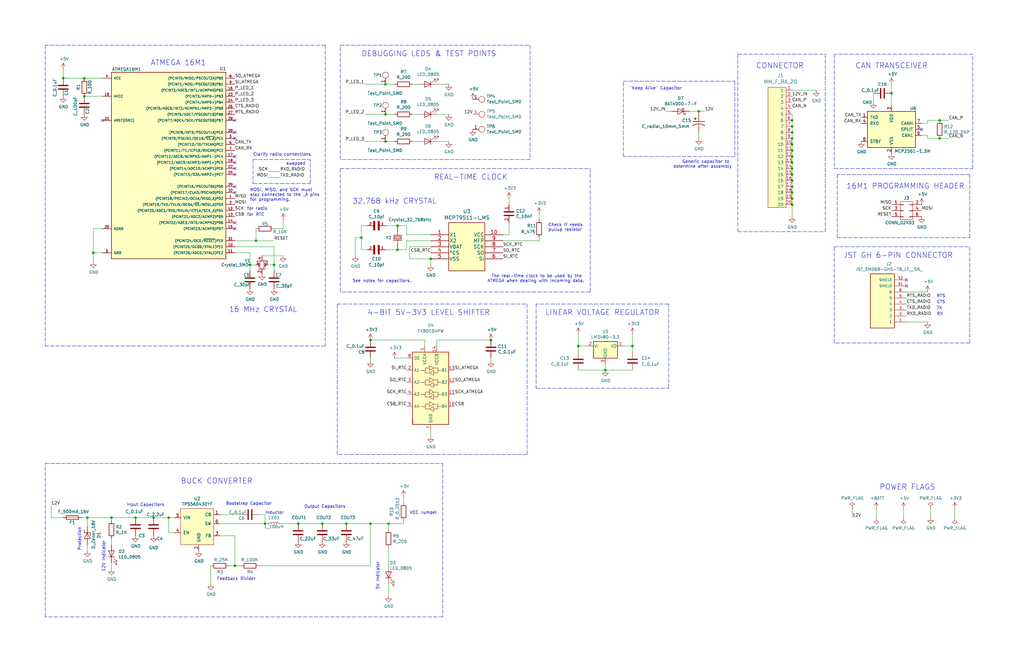
<source format=kicad_sch>
(kicad_sch (version 20211123) (generator eeschema)
  (paper "B")
  (title_block (title "Telemetry Core") (date "2021-10-25") (rev "1") (company "Olin Electric Motorsports") (comment 1 "Melissa Kazazic"))
  (junction (at 334.01 66.04))
  (junction (at 162.56 48.26))
  (junction (at 111.76 220.98))
  (junction (at 125.73 220.98))
  (junction (at 167.64 95.25))
  (junction (at 334.01 73.66))
  (junction (at 36.83 218.44))
  (junction (at 334.01 78.74))
  (junction (at 334.01 55.88))
  (junction (at 135.89 220.98))
  (junction (at 39.37 106.68))
  (junction (at 152.4 100.33))
  (junction (at 46.99 218.44))
  (junction (at 334.01 76.2))
  (junction (at 163.83 220.98))
  (junction (at 156.21 143.51))
  (junction (at 107.95 101.6))
  (junction (at 99.06 238.76))
  (junction (at 255.27 156.21))
  (junction (at 334.01 68.58))
  (junction (at 334.01 86.36))
  (junction (at 334.01 60.96))
  (junction (at 396.24 50.8))
  (junction (at 334.01 53.34))
  (junction (at 35.56 40.64))
  (junction (at 207.01 143.51))
  (junction (at 334.01 83.82))
  (junction (at 26.67 33.02))
  (junction (at 294.64 46.99))
  (junction (at 64.77 218.44))
  (junction (at 334.01 50.8))
  (junction (at 156.21 220.98))
  (junction (at 115.57 111.76))
  (junction (at 334.01 81.28))
  (junction (at 334.01 71.12))
  (junction (at 162.56 35.56))
  (junction (at 35.56 33.02))
  (junction (at 334.01 63.5))
  (junction (at 162.56 59.69))
  (junction (at 146.05 220.98))
  (junction (at 167.64 105.41))
  (junction (at 243.84 146.05))
  (junction (at 375.92 39.37))
  (junction (at 181.61 109.22))
  (junction (at 105.41 111.76))
  (junction (at 334.01 58.42))
  (junction (at 71.12 218.44))
  (junction (at 266.7 146.05))
  (junction (at 57.15 218.44))
  (junction (at 396.24 58.42))
  (no_connect (at 382.27 120.65))
  (no_connect (at 99.06 78.74))
  (no_connect (at 99.06 81.28))
  (no_connect (at 99.06 58.42))
  (no_connect (at 43.18 50.8))
  (no_connect (at 99.06 50.8))
  (no_connect (at 99.06 66.04))
  (no_connect (at 99.06 93.98))
  (no_connect (at 382.27 118.11))
  (no_connect (at 99.06 96.52))
  (no_connect (at 99.06 55.88))
  (no_connect (at 99.06 71.12))
  (no_connect (at 99.06 73.66))
  (no_connect (at 99.06 68.58))
  (no_connect (at 388.62 54.61))
  (polyline (pts (xy 143.51 71.12) (xy 143.51 123.19)))
  (wire (pts (xy 99.06 238.76) (xy 101.6 238.76)))
  (wire (pts (xy 152.4 100.33) (xy 149.86 100.33)))
  (wire (pts (xy 334.01 50.8) (xy 334.01 48.26)))
  (polyline (pts (xy 143.51 71.12) (xy 248.92 71.12)))
  (wire (pts (xy 214.63 83.82) (xy 214.63 86.36)))
  (wire (pts (xy 334.01 71.12) (xy 334.01 68.58)))
  (polyline (pts (xy 226.06 128.27) (xy 226.06 163.83)))
  (wire (pts (xy 334.01 68.58) (xy 334.01 66.04)))
  (wire (pts (xy 334.01 81.28) (xy 334.01 78.74)))
  (polyline (pts (xy 186.69 260.35) (xy 19.05 260.35)))
  (wire (pts (xy 153.67 48.26) (xy 162.56 48.26)))
  (wire (pts (xy 382.27 135.89) (xy 391.16 135.89)))
  (wire (pts (xy 388.62 57.15) (xy 391.16 57.15)))
  (wire (pts (xy 171.45 101.6) (xy 171.45 105.41)))
  (polyline (pts (xy 309.88 66.04) (xy 262.89 66.04)))
  (wire (pts (xy 227.33 101.6) (xy 227.33 100.33)))
  (wire (pts (xy 173.99 59.69) (xy 176.53 59.69)))
  (wire (pts (xy 391.16 58.42) (xy 396.24 58.42)))
  (wire (pts (xy 107.95 101.6) (xy 107.95 96.52)))
  (wire (pts (xy 115.57 104.14) (xy 99.06 104.14)))
  (wire (pts (xy 34.29 218.44) (xy 36.83 218.44)))
  (wire (pts (xy 334.01 60.96) (xy 334.01 58.42)))
  (wire (pts (xy 255.27 153.67) (xy 255.27 156.21)))
  (polyline (pts (xy 262.89 34.29) (xy 309.88 34.29)))
  (polyline (pts (xy 311.15 22.86) (xy 347.98 22.86)))
  (polyline (pts (xy 143.51 19.05) (xy 223.52 19.05)))
  (wire (pts (xy 105.41 111.76) (xy 107.95 111.76)))
  (wire (pts (xy 334.01 66.04) (xy 334.01 63.5)))
  (wire (pts (xy 46.99 218.44) (xy 57.15 218.44)))
  (wire (pts (xy 334.01 76.2) (xy 334.01 73.66)))
  (wire (pts (xy 152.4 100.33) (xy 152.4 95.25)))
  (wire (pts (xy 181.61 104.14) (xy 172.72 104.14)))
  (wire (pts (xy 334.01 63.5) (xy 334.01 60.96)))
  (wire (pts (xy 266.7 156.21) (xy 255.27 156.21)))
  (polyline (pts (xy 281.94 163.83) (xy 281.94 128.27)))
  (polyline (pts (xy 223.52 19.05) (xy 223.52 67.31)))
  (wire (pts (xy 119.38 96.52) (xy 119.38 92.71)))
  (wire (pts (xy 152.4 95.25) (xy 154.94 95.25)))
  (wire (pts (xy 382.27 123.19) (xy 391.16 123.19)))
  (wire (pts (xy 212.09 101.6) (xy 227.33 101.6)))
  (wire (pts (xy 243.84 146.05) (xy 243.84 148.59)))
  (wire (pts (xy 359.41 218.44) (xy 359.41 214.63)))
  (polyline (pts (xy 351.79 22.86) (xy 351.79 71.12)))
  (wire (pts (xy 115.57 111.76) (xy 115.57 114.3)))
  (polyline (pts (xy 222.25 191.77) (xy 142.24 191.77)))
  (polyline (pts (xy 137.16 146.05) (xy 19.05 146.05)))
  (wire (pts (xy 163.83 231.14) (xy 163.83 238.76)))
  (wire (pts (xy 334.01 78.74) (xy 334.01 76.2)))
  (wire (pts (xy 111.76 217.17) (xy 111.76 220.98)))
  (wire (pts (xy 266.7 148.59) (xy 266.7 146.05)))
  (wire (pts (xy 46.99 237.49) (xy 46.99 240.03)))
  (wire (pts (xy 334.01 55.88) (xy 334.01 53.34)))
  (wire (pts (xy 46.99 227.33) (xy 46.99 229.87)))
  (wire (pts (xy 105.41 106.68) (xy 99.06 106.68)))
  (polyline (pts (xy 408.94 73.66) (xy 353.06 73.66)))
  (wire (pts (xy 368.3 39.37) (xy 368.3 43.18)))
  (polyline (pts (xy 222.25 128.27) (xy 222.25 191.77)))
  (wire (pts (xy 391.16 50.8) (xy 396.24 50.8)))
  (wire (pts (xy 92.71 217.17) (xy 101.6 217.17)))
  (wire (pts (xy 88.9 238.76) (xy 88.9 246.38)))
  (wire (pts (xy 71.12 218.44) (xy 73.66 218.44)))
  (polyline (pts (xy 226.06 163.83) (xy 281.94 163.83)))
  (polyline (pts (xy 248.92 123.19) (xy 143.51 123.19)))
  (wire (pts (xy 170.18 212.09) (xy 170.18 209.55)))
  (polyline (pts (xy 106.68 67.31) (xy 130.81 67.31)))
  (polyline (pts (xy 142.24 191.77) (xy 142.24 128.27)))
  (polyline (pts (xy 408.94 144.78) (xy 351.79 144.78)))
  (polyline (pts (xy 410.21 22.86) (xy 351.79 22.86)))
  (wire (pts (xy 184.15 146.05) (xy 184.15 143.51)))
  (wire (pts (xy 243.84 156.21) (xy 255.27 156.21)))
  (polyline (pts (xy 351.79 144.78) (xy 351.79 104.14)))
  (wire (pts (xy 43.18 106.68) (xy 39.37 106.68)))
  (wire (pts (xy 181.61 99.06) (xy 171.45 99.06)))
  (wire (pts (xy 369.57 214.63) (xy 369.57 218.44)))
  (polyline (pts (xy 137.16 19.05) (xy 137.16 146.05)))
  (wire (pts (xy 290.83 46.99) (xy 294.64 46.99)))
  (wire (pts (xy 171.45 95.25) (xy 167.64 95.25)))
  (wire (pts (xy 163.83 223.52) (xy 163.83 220.98)))
  (wire (pts (xy 334.01 73.66) (xy 334.01 71.12)))
  (polyline (pts (xy 311.15 97.79) (xy 311.15 22.86)))
  (wire (pts (xy 266.7 146.05) (xy 266.7 140.97)))
  (wire (pts (xy 396.24 58.42) (xy 400.05 58.42)))
  (wire (pts (xy 99.06 101.6) (xy 107.95 101.6)))
  (wire (pts (xy 207.01 143.51) (xy 184.15 143.51)))
  (polyline (pts (xy 186.69 195.58) (xy 186.69 260.35)))
  (wire (pts (xy 153.67 59.69) (xy 162.56 59.69)))
  (wire (pts (xy 334.01 83.82) (xy 334.01 81.28)))
  (wire (pts (xy 173.99 35.56) (xy 176.53 35.56)))
  (wire (pts (xy 57.15 218.44) (xy 64.77 218.44)))
  (polyline (pts (xy 281.94 128.27) (xy 226.06 128.27)))
  (wire (pts (xy 162.56 95.25) (xy 167.64 95.25)))
  (wire (pts (xy 113.03 72.39) (xy 118.11 72.39)))
  (wire (pts (xy 334.01 38.1) (xy 344.17 38.1)))
  (wire (pts (xy 162.56 35.56) (xy 166.37 35.56)))
  (wire (pts (xy 105.41 114.3) (xy 105.41 111.76)))
  (wire (pts (xy 262.89 146.05) (xy 266.7 146.05)))
  (wire (pts (xy 179.07 146.05) (xy 179.07 143.51)))
  (wire (pts (xy 283.21 46.99) (xy 280.67 46.99)))
  (wire (pts (xy 163.83 246.38) (xy 163.83 251.46)))
  (wire (pts (xy 388.62 52.07) (xy 391.16 52.07)))
  (wire (pts (xy 115.57 111.76) (xy 115.57 104.14)))
  (wire (pts (xy 109.22 217.17) (xy 111.76 217.17)))
  (wire (pts (xy 135.89 220.98) (xy 146.05 220.98)))
  (wire (pts (xy 173.99 48.26) (xy 176.53 48.26)))
  (wire (pts (xy 214.63 99.06) (xy 212.09 99.06)))
  (polyline (pts (xy 223.52 67.31) (xy 143.51 67.31)))
  (polyline (pts (xy 137.16 19.05) (xy 19.05 19.05)))
  (wire (pts (xy 402.59 218.44) (xy 402.59 214.63)))
  (polyline (pts (xy 353.06 100.33) (xy 408.94 100.33)))
  (wire (pts (xy 21.59 218.44) (xy 26.67 218.44)))
  (wire (pts (xy 107.95 101.6) (xy 115.57 101.6)))
  (polyline (pts (xy 309.88 34.29) (xy 309.88 66.04)))
  (wire (pts (xy 294.64 55.88) (xy 294.64 58.42)))
  (polyline (pts (xy 19.05 195.58) (xy 186.69 195.58)))
  (wire (pts (xy 26.67 29.21) (xy 26.67 33.02)))
  (polyline (pts (xy 143.51 67.31) (xy 143.51 19.05)))
  (wire (pts (xy 172.72 109.22) (xy 181.61 109.22)))
  (polyline (pts (xy 142.24 128.27) (xy 222.25 128.27)))
  (polyline (pts (xy 311.15 97.79) (xy 347.98 97.79)))
  (polyline (pts (xy 19.05 19.05) (xy 19.05 146.05)))
  (wire (pts (xy 294.64 46.99) (xy 294.64 48.26)))
  (polyline (pts (xy 351.79 104.14) (xy 408.94 104.14)))
  (wire (pts (xy 118.11 220.98) (xy 125.73 220.98)))
  (wire (pts (xy 46.99 218.44) (xy 46.99 219.71)))
  (polyline (pts (xy 351.79 71.12) (xy 410.21 71.12)))
  (wire (pts (xy 35.56 33.02) (xy 43.18 33.02)))
  (wire (pts (xy 99.06 226.06) (xy 99.06 238.76)))
  (wire (pts (xy 156.21 238.76) (xy 156.21 220.98)))
  (wire (pts (xy 64.77 218.44) (xy 71.12 218.44)))
  (wire (pts (xy 156.21 220.98) (xy 163.83 220.98)))
  (wire (pts (xy 375.92 44.45) (xy 375.92 39.37)))
  (wire (pts (xy 105.41 111.76) (xy 105.41 106.68)))
  (wire (pts (xy 391.16 52.07) (xy 391.16 50.8)))
  (wire (pts (xy 162.56 59.69) (xy 166.37 59.69)))
  (wire (pts (xy 92.71 226.06) (xy 99.06 226.06)))
  (wire (pts (xy 43.18 40.64) (xy 35.56 40.64)))
  (wire (pts (xy 396.24 50.8) (xy 400.05 50.8)))
  (wire (pts (xy 26.67 33.02) (xy 35.56 33.02)))
  (wire (pts (xy 110.49 107.95) (xy 119.38 107.95)))
  (wire (pts (xy 334.01 58.42) (xy 334.01 55.88)))
  (polyline (pts (xy 19.05 260.35) (xy 19.05 195.58)))
  (wire (pts (xy 115.57 96.52) (xy 119.38 96.52)))
  (wire (pts (xy 36.83 218.44) (xy 46.99 218.44)))
  (wire (pts (xy 170.18 220.98) (xy 170.18 219.71)))
  (polyline (pts (xy 262.89 66.04) (xy 262.89 34.29)))
  (polyline (pts (xy 410.21 71.12) (xy 410.21 22.86)))
  (wire (pts (xy 334.01 53.34) (xy 334.01 50.8)))
  (wire (pts (xy 39.37 106.68) (xy 39.37 96.52)))
  (wire (pts (xy 214.63 93.98) (xy 214.63 99.06)))
  (wire (pts (xy 172.72 104.14) (xy 172.72 109.22)))
  (wire (pts (xy 294.64 46.99) (xy 297.18 46.99)))
  (wire (pts (xy 207.01 151.13) (xy 207.01 152.4)))
  (wire (pts (xy 96.52 238.76) (xy 99.06 238.76)))
  (wire (pts (xy 181.61 101.6) (xy 171.45 101.6)))
  (polyline (pts (xy 106.68 77.47) (xy 130.81 77.47)))
  (wire (pts (xy 334.01 91.44) (xy 334.01 86.36)))
  (wire (pts (xy 163.83 220.98) (xy 170.18 220.98)))
  (polyline (pts (xy 347.98 22.86) (xy 347.98 97.79)))
  (wire (pts (xy 154.94 105.41) (xy 152.4 105.41)))
  (wire (pts (xy 381 218.44) (xy 381 214.63)))
  (wire (pts (xy 71.12 224.79) (xy 71.12 218.44)))
  (wire (pts (xy 184.15 35.56) (xy 189.23 35.56)))
  (wire (pts (xy 162.56 105.41) (xy 167.64 105.41)))
  (wire (pts (xy 92.71 220.98) (xy 111.76 220.98)))
  (wire (pts (xy 111.76 220.98) (xy 113.03 220.98)))
  (wire (pts (xy 375.92 39.37) (xy 375.92 35.56)))
  (wire (pts (xy 146.05 220.98) (xy 156.21 220.98)))
  (wire (pts (xy 21.59 213.36) (xy 21.59 218.44)))
  (wire (pts (xy 334.01 86.36) (xy 334.01 83.82)))
  (wire (pts (xy 149.86 100.33) (xy 149.86 107.95)))
  (wire (pts (xy 156.21 151.13) (xy 156.21 152.4)))
  (polyline (pts (xy 248.92 71.12) (xy 248.92 123.19)))
  (wire (pts (xy 243.84 146.05) (xy 243.84 140.97)))
  (wire (pts (xy 181.61 181.61) (xy 181.61 184.15)))
  (wire (pts (xy 113.03 74.93) (xy 118.11 74.93)))
  (polyline (pts (xy 106.68 67.31) (xy 106.68 77.47)))
  (wire (pts (xy 36.83 229.87) (xy 36.83 232.41)))
  (polyline (pts (xy 353.06 73.66) (xy 353.06 100.33)))
  (wire (pts (xy 125.73 220.98) (xy 135.89 220.98)))
  (wire (pts (xy 162.56 48.26) (xy 166.37 48.26)))
  (wire (pts (xy 181.61 109.22) (xy 181.61 111.76)))
  (polyline (pts (xy 408.94 104.14) (xy 408.94 144.78)))
  (polyline (pts (xy 408.94 100.33) (xy 408.94 73.66)))
  (wire (pts (xy 171.45 105.41) (xy 167.64 105.41)))
  (wire (pts (xy 36.83 222.25) (xy 36.83 218.44)))
  (polyline (pts (xy 130.81 77.47) (xy 130.81 67.31)))
  (wire (pts (xy 391.16 57.15) (xy 391.16 58.42)))
  (wire (pts (xy 39.37 110.49) (xy 39.37 106.68)))
  (wire (pts (xy 184.15 59.69) (xy 189.23 59.69)))
  (wire (pts (xy 247.65 146.05) (xy 243.84 146.05)))
  (wire (pts (xy 73.66 224.79) (xy 71.12 224.79)))
  (wire (pts (xy 152.4 105.41) (xy 152.4 100.33)))
  (wire (pts (xy 153.67 35.56) (xy 162.56 35.56)))
  (wire (pts (xy 171.45 99.06) (xy 171.45 95.25)))
  (wire (pts (xy 171.45 151.13) (xy 166.37 151.13)))
  (wire (pts (xy 179.07 143.51) (xy 156.21 143.51)))
  (wire (pts (xy 184.15 48.26) (xy 189.23 48.26)))
  (wire (pts (xy 227.33 92.71) (xy 227.33 90.17)))
  (wire (pts (xy 113.03 111.76) (xy 115.57 111.76)))
  (wire (pts (xy 392.43 214.63) (xy 392.43 218.44)))
  (wire (pts (xy 109.22 238.76) (xy 156.21 238.76)))
  (wire (pts (xy 39.37 96.52) (xy 43.18 96.52)))
  (text "Feedback Divider\n" (at 91.44 245.11 0) (effects (font (size 1.27 1.27)) (justify left bottom)))
  (text "for radio" (at 104.14 88.9 0) (effects (font (size 1.27 1.27)) (justify left bottom)))
  (text "4-BIT 5V-3V3 LEVEL SHIFTER" (at 154.94 133.35 0) (effects (font (size 2.2606 2.2606)) (justify left bottom)))
  (text "DEBUGGING LEDS & TEST POINTS" (at 152.4 24.13 0) (effects (font (size 2.2606 2.2606)) (justify left bottom)))
  (text "Input Capacitors\n\n" (at 53.34 215.9 0) (effects (font (size 1.27 1.27)) (justify left bottom)))
  (text "See notes for capacitors." (at 148.59 119.38 0) (effects (font (size 1.27 1.27)) (justify left bottom)))
  (text "Output Capacitors\n" (at 128.27 214.63 0) (effects (font (size 1.27 1.27)) (justify left bottom)))
  (text "TX" (at 394.97 130.81 0) (effects (font (size 1.27 1.27)) (justify left bottom)))
  (text "16M1 PROGRAMMING HEADER\n" (at 356.87 80.01 0) (effects (font (size 2.2606 2.2606)) (justify left bottom)))
  (text "CAN TRANSCEIVER\n" (at 360.68 29.21 0) (effects (font (size 2.2606 2.2606)) (justify left bottom)))
  (text "ATMEGA 16M1\n" (at 63.5 27.94 0) (effects (font (size 2.2606 2.2606)) (justify left bottom)))
  (text "Generic capacitor to \ndetermine after assembly\n" (at 308.61 71.12 180) (effects (font (size 1.27 1.27)) (justify right bottom)))
  (text "\"Keep Alive\" Capacitor" (at 265.43 38.1 0) (effects (font (size 1.27 1.27)) (justify left bottom)))
  (text "RTS" (at 394.97 125.73 0) (effects (font (size 1.27 1.27)) (justify left bottom)))
  (text "Protection\n" (at 34.29 232.41 90) (effects (font (size 1.27 1.27)) (justify left bottom)))
  (text "for RTC" (at 104.14 91.44 0) (effects (font (size 1.27 1.27)) (justify left bottom)))
  (text "JST GH 6-PIN CONNECTOR" (at 355.6 109.22 0) (effects (font (size 2.2606 2.2606)) (justify left bottom)))
  (text "16 MHz CRYSTAL\n" (at 96.52 132.08 0) (effects (font (size 2.2606 2.2606)) (justify left bottom)))
  (text "Bootstrap Capacitor\n" (at 95.25 213.36 0) (effects (font (size 1.27 1.27)) (justify left bottom)))
  (text "CTS" (at 394.97 128.27 0) (effects (font (size 1.27 1.27)) (justify left bottom)))
  (text "The real-time clock to be used by the \nATMEGA when dealing with incoming data." (at 246.38 119.38 0) (effects (font (size 1.27 1.27)) (justify right bottom)))
  (text "12V Indicator" (at 44.45 241.3 90) (effects (font (size 1.27 1.27)) (justify left bottom)))
  (text "REAL-TIME CLOCK" (at 182.88 76.2 0) (effects (font (size 2.2606 2.2606)) (justify left bottom)))
  (text "Clarify radio connections" (at 106.68 66.04 0) (effects (font (size 1.27 1.27)) (justify left bottom)))
  (text "POWER FLAGS\n" (at 370.84 207.01 0) (effects (font (size 2.2606 2.2606)) (justify left bottom)))
  (text "BUCK CONVERTER\n" (at 76.2 204.47 0) (effects (font (size 2.2606 2.2606)) (justify left bottom)))
  (text "RX" (at 394.97 133.35 0) (effects (font (size 1.27 1.27)) (justify left bottom)))
  (text "MOSI, MISO, and SCK must\nstay connected to the _A pins\nfor programming." (at 105.41 85.09 0) (effects (font (size 1.27 1.27)) (justify left bottom)))
  (text "Inductor\n" (at 111.76 217.17 0) (effects (font (size 1.27 1.27)) (justify left bottom)))
  (text "swapped" (at 120.65 69.85 0) (effects (font (size 1.27 1.27)) (justify left bottom)))
  (text "32.768 kHz CRYSTAL\n" (at 148.59 86.36 0) (effects (font (size 2.2606 2.2606)) (justify left bottom)))
  (text "5V Indicator" (at 160.02 248.92 90) (effects (font (size 1.27 1.27)) (justify left bottom)))
  (text "VCC Jumper\n" (at 172.72 217.17 0) (effects (font (size 1.27 1.27)) (justify left bottom)))
  (text "Check if needs\npullup resistor" (at 231.14 97.79 0) (effects (font (size 1.27 1.27)) (justify left bottom)))
  (text "CONNECTOR" (at 318.77 29.21 0) (effects (font (size 2.2606 2.2606)) (justify left bottom)))
  (text "LINEAR VOLTAGE REGULATOR" (at 229.87 133.35 0) (effects (font (size 2.2606 2.2606)) (justify left bottom)))
  (label "MOSI" (at 388.62 88.9 0))
  (label "CSB_RTC" (at 181.61 106.68 180))
  (label "12V" (at 21.59 213.36 0))
  (label "RTS_RADIO" (at 99.06 48.26 0))
  (label "CAN_N" (at 334.01 45.72 0))
  (label "CAN_RX" (at 363.22 52.07 180))
  (label "CAN_RX" (at 99.06 63.5 0))
  (label "SI_ATMEGA" (at 191.77 156.21 0))
  (label "MOSI" (at 113.03 74.93 180))
  (label "SCK_RTC" (at 212.09 104.14 0))
  (label "CAN_N" (at 400.05 58.42 0))
  (label "CAN_TX" (at 363.22 49.53 180))
  (label "12V_IN" (at 280.67 46.99 180))
  (label "RTS_RADIO" (at 382.27 125.73 0))
  (label "SCK_ATMEGA" (at 191.77 166.37 0))
  (label "SI_ATMEGA" (at 99.06 35.56 0))
  (label "SI_RTC" (at 171.45 156.21 180))
  (label "TXD_RADIO" (at 382.27 130.81 0))
  (label "12V" (at 297.18 46.99 0))
  (label "SI_RTC" (at 212.09 109.22 0))
  (label "SO_ATMEGA" (at 99.06 33.02 0))
  (label "12V" (at 199.39 48.26 180))
  (label "RXD_RADIO" (at 118.11 72.39 0))
  (label "RESET" (at 375.92 91.44 180))
  (label "P_LED_1" (at 99.06 38.1 0))
  (label "CSB_RTC" (at 171.45 171.45 180))
  (label "CAN_P" (at 400.05 50.8 0))
  (label "SCK_RTC" (at 171.45 166.37 180))
  (label "P_LED_3" (at 153.67 59.69 180))
  (label "CAN_TX" (at 99.06 60.96 0))
  (label "SO_RTC" (at 171.45 161.29 180))
  (label "RESET" (at 115.57 101.6 0))
  (label "SCK" (at 113.03 72.39 180))
  (label "SCK" (at 99.06 88.9 0))
  (label "SO_RTC" (at 212.09 106.68 0))
  (label "SCK" (at 375.92 88.9 180))
  (label "P_LED_2" (at 153.67 48.26 180))
  (label "CTS_RADIO" (at 382.27 128.27 0))
  (label "CSB" (at 191.77 171.45 0))
  (label "CTS_RADIO" (at 99.06 45.72 0))
  (label "P_LED_2" (at 99.06 40.64 0))
  (label "CAN_P" (at 334.01 43.18 0))
  (label "P_LED_3" (at 99.06 43.18 0))
  (label "MOSI" (at 99.06 86.36 0))
  (label "TXD_RADIO" (at 118.11 74.93 0))
  (label "12V" (at 359.41 218.44 0))
  (label "CSB" (at 99.06 91.44 0))
  (label "P_LED_1" (at 153.67 35.56 180))
  (label "RXD_RADIO" (at 382.27 133.35 0))
  (label "12V_IN" (at 334.01 40.64 0))
  (label "MISO" (at 99.06 83.82 0))
  (label "SO_ATMEGA" (at 191.77 161.29 0))
  (label "MISO" (at 375.92 86.36 180))
  (symbol (lib_id "power:GND") (at 83.82 232.41 0) (unit 1)
    (property "Reference" "#PWR?" (effects hide))
    (property "Value" "GND" (at 83.947 236.8042 0))
  )
  (symbol (lib_id "power:GND") (at 64.77 226.06 0) (unit 1)
    (property "Reference" "#PWR?" (effects hide))
    (property "Value" "GND" (at 64.77 231.14 0))
  )
  (symbol (lib_id "power:GND") (at 57.15 226.06 0) (unit 1)
    (property "Reference" "#PWR?" (effects hide))
    (property "Value" "GND" (at 57.277 230.4542 0))
  )
  (symbol (lib_id "formula:C_0.1uF") (at 105.41 217.17 90) (unit 1)
    (property "Reference" "C6" (at 101.854 218.694 90))
    (property "Value" "C_0.1uF" (at 100.33 216.154 90))
    (property "Footprint" "footprints:C_0805_OEM" (effects hide))
    (property "Datasheet" "http://datasheets.avx.com/X7RDielectric.pdf" (effects hide))
    (property "MFN" "DK" (effects hide))
    (property "MPN" "478-3352-1-ND" (effects hide))
    (property "PurchasingLink" "https://www.digikey.com/products/en?keywords=478-3352-1-ND" (effects hide))
  )
  (symbol (lib_id "formula:C_2.2uF") (at 64.77 223.52 0) (unit 1)
    (property "Reference" "C4" (at 66.04 227.33 0) (effects (justify left)))
    (property "Value" "C_2.2uF" (at 61.722 217.17 0) (effects (justify left)))
    (property "Footprint" "footprints:C_0603_1608Metric" (effects hide))
    (property "Datasheet" "http://www.yageo.com/documents/recent/UPY-GPHC_X5R_4V-to-50V_25.pdf" (effects hide))
    (property "MFN" "DK" (effects hide))
    (property "MPN" "311-1451-1-ND" (effects hide))
    (property "PurchasingLink" "https://www.digikey.com/product-detail/en/yageo/CC0603KRX5R6BB225/311-1451-1-ND/2833757" (effects hide))
  )
  (symbol (lib_id "formula:C_0.1uF") (at 57.15 222.25 0) (unit 1)
    (property "Reference" "C3" (at 58.42 226.06 0) (effects (justify left)))
    (property "Value" "C_0.1uF" (at 52.832 215.9 0) (effects (justify left)))
    (property "Footprint" "footprints:C_0805_OEM" (effects hide))
    (property "Datasheet" "http://datasheets.avx.com/X7RDielectric.pdf" (effects hide))
    (property "MFN" "DK" (effects hide))
    (property "MPN" "478-3352-1-ND" (effects hide))
    (property "PurchasingLink" "https://www.digikey.com/products/en?keywords=478-3352-1-ND" (effects hide))
  )
  (symbol (lib_id "formula:R_100K") (at 105.41 238.76 270) (unit 1)
    (property "Reference" "R4" (at 104.14 241.3 90) (effects (justify left)))
    (property "Value" "R_100K" (at 101.6 236.22 90) (effects (justify left)))
    (property "Footprint" "footprints:R_0805_OEM" (effects hide))
    (property "Datasheet" "https://industrial.panasonic.com/cdbs/www-data/pdf/RDA0000/AOA0000C304.pdf" (effects hide))
    (property "MFN" "DK" (effects hide))
    (property "MPN" "P100KCCT-ND" (effects hide))
    (property "PurchasingLink" "https://www.digikey.com/product-detail/en/panasonic-electronic-components/ERJ-6ENF1003V/P100KCCT-ND/119551" (effects hide))
  )
  (symbol (lib_id "power:GND") (at 392.43 218.44 0) (unit 1)
    (property "Reference" "#PWR?" (effects hide))
    (property "Value" "GND" (at 392.557 222.8342 0))
  )
  (symbol (lib_id "formula:C_22uF") (at 125.73 224.79 0) (unit 1)
    (property "Reference" "COUT1" (at 122.936 218.44 0) (effects (justify left)))
    (property "Value" "C_22uF" (at 126.238 227.33 0) (effects (justify left)))
    (property "Footprint" "footprints:C_1206_OEM" (effects hide))
    (property "Datasheet" "https://product.tdk.com/info/en/catalog/datasheets/mlcc_commercial_general_en.pdf" (effects hide))
    (property "MFN" "DK" (effects hide))
    (property "MPN" "445-11693-1-ND" (effects hide))
    (property "PurchasingLink" "https://www.digikey.com/product-detail/en/tdk-corporation/C3216JB1C226M160AB/445-11693-1-ND/3953359" (effects hide))
  )
  (symbol (lib_id "formula:C_47uF") (at 146.05 224.79 0) (unit 1)
    (property "Reference" "COUT3" (at 143.51 218.44 0) (effects (justify left)))
    (property "Value" "C_47uF" (at 146.304 227.33 0) (effects (justify left)))
    (property "Footprint" "footprints:C_0805_OEM" (effects hide))
    (property "Datasheet" "http://www.samsungsem.com/kr/support/product-search/mlcc/__icsFiles/afieldfile/2018/06/22/CL21A476MQYNNNG.pdf" (effects hide))
    (property "MFN" "DK" (effects hide))
    (property "MPN" "1276-6467-1-ND" (effects hide))
    (property "PurchasingLink" "https://www.digikey.com/product-detail/en/samsung-electro-mechanics/CL21A476MQYNNNG/1276-6467-1-ND/5958095" (effects hide))
  )
  (symbol (lib_id "formula:C_33uF") (at 135.89 224.79 0) (unit 1)
    (property "Reference" "COUT2" (at 133.35 218.44 0) (effects (justify left)))
    (property "Value" "C_33uF" (at 136.144 227.33 0) (effects (justify left)))
    (property "Footprint" "footprints:Fuse_1812" (effects hide))
    (property "Datasheet" "https://product.tdk.com/info/en/catalog/datasheets/mlcc_commercial_general_en.pdf" (effects hide))
    (property "MFN" "C4532X7R1C336M250KC" (effects hide))
    (property "MPN" "445-3924-1-ND" (effects hide))
    (property "PurchasingLink" "https://www.digikey.com/product-detail/en/tdk-corporation/C4532X7R1C336M250KC/445-3924-1-ND/1923431" (effects hide))
  )
  (symbol (lib_id "formula:R_25K") (at 92.71 238.76 270) (unit 1)
    (property "Reference" "R3" (at 91.44 241.3 90) (effects (justify left)))
    (property "Value" "R_25K" (at 90.17 236.22 90) (effects (justify left)))
    (property "Footprint" "footprints:R_0805_OEM" (effects hide))
    (property "Datasheet" "https://www.te.com/commerce/DocumentDelivery/DDEController?Action=srchrtrv&DocNm=1773200-1&DocType=DS&DocLang=English" (effects hide))
    (property "MFN" "A124124CT-ND" (effects hide))
    (property "Digi-key Part Number" "CPF-A-0805B25KE" (effects hide))
    (property "PurchasingLink" "https://www.digikey.com/product-detail/en/te-connectivity-passive-product/CPF-A-0805B25KE/A124124CT-ND/5970044" (effects hide))
  )
  (symbol (lib_id "formula:F_500mA_16V") (at 30.48 218.44 270) (unit 1)
    (property "Reference" "F1" (at 30.48 220.472 90))
    (property "Value" "F_500mA_16V" (at 30.988 215.9 90))
    (property "Footprint" "footprints:Fuse_1210" (effects hide))
    (property "Datasheet" "https://belfuse.com/resources/CircuitProtection/datasheets/0ZCH%20Nov2016.pdf" (effects hide))
    (property "MFN" "DK" (effects hide))
    (property "MPN" "507-1786-1-ND" (effects hide))
    (property "PurchasingLink" "https://www.digikey.com/product-detail/en/bel-fuse-inc/0ZCH0050FF2G/507-1786-1-ND/4156209" (effects hide))
  )
  (symbol (lib_id "formula:R_0_2512") (at 170.18 215.9 0) (unit 1)
    (property "Reference" "R10" (at 165.1 215.9 90))
    (property "Value" "R_0_2512" (at 167.64 214.63 90))
    (property "Footprint" "footprints:R_2512_OEM" (effects hide))
    (property "Datasheet" "http://www.te.com/commerce/DocumentDelivery/DDEController?Action=srchrtrv&DocNm=9-1773463-7&DocType=DS&DocLang=English" (effects hide))
    (property "MFN" "DK" (effects hide))
    (property "MPN" "A121322CT-ND" (effects hide))
    (property "PurchasingLink" "https://www.digikey.com/products/en?keywords=A121322CT-ND" (effects hide))
  )
  (symbol (lib_id "formula:LED_0805") (at 163.83 242.57 90) (unit 1)
    (property "Reference" "D3" (at 164.338 237.49 90) (effects (justify right)))
    (property "Value" "LED_0805" (at 164.338 239.776 90) (effects (justify right)))
    (property "Footprint" "footprints:LED_0805_OEM" (effects hide))
    (property "Datasheet" "http://www.osram-os.com/Graphics/XPic9/00078860_0.pdf" (effects hide))
    (property "MFN" "DK" (effects hide))
    (property "MPN" "475-1410-1-ND" (effects hide))
    (property "PurchasingLink" "https://www.digikey.com/products/en?keywords=475-1410-1-ND" (effects hide))
  )
  (symbol (lib_id "formula:R_200") (at 163.83 227.33 0) (unit 1)
    (property "Reference" "R6" (at 165.608 226.1616 0) (effects (justify left)))
    (property "Value" "R_200" (at 165.608 228.473 0) (effects (justify left)))
    (property "Footprint" "footprints:R_0805_OEM" (effects hide))
    (property "Datasheet" "https://www.seielect.com/Catalog/SEI-RMCF_RMCP.pdf" (effects hide))
    (property "MFN" "DK" (effects hide))
    (property "MPN" "RMCF0805JT200RCT-ND" (effects hide))
    (property "PurchasingLink" "https://www.digikey.com/products/en?keywords=RMCF0805JT200RCT-ND" (effects hide))
  )
  (symbol (lib_id "power:GND") (at 163.83 251.46 0) (unit 1)
    (property "Reference" "#PWR?" (effects hide))
    (property "Value" "GND" (at 163.957 255.8542 0))
  )
  (symbol (lib_id "formula:D_Zener_18V") (at 36.83 226.06 270) (unit 1)
    (property "Reference" "D1" (at 41.656 225.806 0))
    (property "Value" "D_Zener_18V" (at 39.37 225.552 0))
    (property "Footprint" "footprints:DO-214AA" (effects hide))
    (property "Datasheet" "http://www.mccsemi.com/up_pdf/SMBJ5338B-SMBJ5388B(SMB).pdf" (effects hide))
    (property "MFN" "DK" (effects hide))
    (property "MPN" "SMBJ5355B-TPMSCT-ND" (effects hide))
    (property "PurchasingLink" "https://www.digikey.com/products/en?keywords=SMBJ5355B-TPMSCT-ND" (effects hide))
  )
  (symbol (lib_id "power:GND") (at 36.83 232.41 0) (unit 1)
    (property "Reference" "#PWR?" (effects hide))
    (property "Value" "GND" (at 36.957 236.8042 0))
  )
  (symbol (lib_id "formula:LED_0805") (at 46.99 233.68 90) (unit 1)
    (property "Reference" "D2" (at 49.9618 232.7148 90) (effects (justify right)))
    (property "Value" "LED_0805" (at 49.9618 235.0262 90) (effects (justify right)))
    (property "Footprint" "footprints:LED_0805_OEM" (effects hide))
    (property "Datasheet" "http://www.osram-os.com/Graphics/XPic9/00078860_0.pdf" (effects hide))
    (property "MFN" "DK" (effects hide))
    (property "MPN" "475-1410-1-ND" (effects hide))
    (property "PurchasingLink" "https://www.digikey.com/products/en?keywords=475-1410-1-ND" (effects hide))
  )
  (symbol (lib_id "power:GND") (at 46.99 240.03 0) (unit 1)
    (property "Reference" "#PWR?" (effects hide))
    (property "Value" "GND" (at 47.117 244.4242 0))
  )
  (symbol (lib_id "formula:TPS560430YF") (at 82.55 222.25 0) (unit 1)
    (property "Reference" "U2" (at 83.185 210.439 0))
    (property "Value" "TPS560430YF" (at 83.185 212.7504 0))
    (property "Footprint" "footprints:SOT-23-6_OEM" (effects hide))
    (property "Datasheet" "http://www.ti.com/lit/ds/symlink/tps560430.pdf" (effects hide))
    (property "MPN" "TPS560430YFDBVR" (effects hide))
    (property "MFN" "TPS560430YFDBVR-ND" (effects hide))
    (property "Purchasing Link" "https://www.digikey.com/product-detail/en/texas-instruments/TPS560430XDBVR/296-50420-6-ND/9685813" (effects hide))
  )
  (symbol (lib_id "power:GND") (at 88.9 246.38 0) (unit 1)
    (property "Reference" "#PWR?" (effects hide))
    (property "Value" "GND" (at 89.027 250.7742 0))
  )
  (symbol (lib_id "power:GND") (at 135.89 228.6 0) (unit 1)
    (property "Reference" "#PWR?" (effects hide))
    (property "Value" "GND" (at 136.017 232.9942 0))
  )
  (symbol (lib_id "formula:ATMEGA16M1") (at 71.12 76.2 0) (unit 1)
    (property "Reference" "U1" (at 93.98 28.956 0))
    (property "Value" "ATMEGA16M1" (at 53.34 29.21 0))
    (property "Footprint" "footprints:TQFP-32_7x7mm_Pitch0.8mm" (effects hide))
    (property "Datasheet" "http://ww1.microchip.com/downloads/en/DeviceDoc/Atmel-8209-8-bit%20AVR%20ATmega16M1-32M1-64M1_Datasheet.pdf" (effects hide))
    (property "MFN" "DK" (effects hide))
    (property "MPN" "ATMEGA16M1-AU-ND" (effects hide))
    (property "PurchasingLink" "https://www.digikey.com/product-detail/en/atmel/ATMEGA16M1-AU/ATMEGA16M1-AU-ND/2271208" (effects hide))
  )
  (symbol (lib_id "formula:R_100") (at 35.56 36.83 0) (unit 1)
    (property "Reference" "R1" (at 33.02 38.1 90) (effects (justify left)))
    (property "Value" "R_100" (at 37.846 39.878 90) (effects (justify left)))
    (property "Footprint" "footprints:R_0805_OEM" (effects hide))
    (property "Datasheet" "https://www.seielect.com/Catalog/SEI-rncp.pdf" (effects hide))
    (property "MFN" "DK" (effects hide))
    (property "MPN" "RNCP0805FTD100RCT-ND" (effects hide))
    (property "PurchasingLink" "https://www.digikey.com/products/en?keywords=RNCP0805FTD100RCT-ND" (effects hide))
  )
  (symbol (lib_id "formula:C_0.1uF") (at 26.67 36.83 0) (unit 1)
    (property "Reference" "C1" (at 27.94 40.386 90) (effects (justify left)))
    (property "Value" "C_0.1uF" (at 23.114 40.894 90) (effects (justify left)))
    (property "Footprint" "footprints:C_0805_OEM" (effects hide))
    (property "Datasheet" "http://datasheets.avx.com/X7RDielectric.pdf" (effects hide))
    (property "MFN" "DK" (effects hide))
    (property "MPN" "478-3352-1-ND" (effects hide))
    (property "PurchasingLink" "https://www.digikey.com/products/en?keywords=478-3352-1-ND" (effects hide))
  )
  (symbol (lib_id "formula:C_100pF") (at 35.56 44.45 0) (unit 1)
    (property "Reference" "C2" (at 36.83 48.26 90) (effects (justify left)))
    (property "Value" "C_100pF" (at 31.75 49.022 90) (effects (justify left)))
    (property "Footprint" "footprints:C_0805_OEM" (effects hide))
    (property "Datasheet" "https://katalog.we-online.de/pbs/datasheet/885012007057.pdf" (effects hide))
    (property "MFN" "DK" (effects hide))
    (property "MPN" "732-7852-1-ND" (effects hide))
    (property "PurchasingLink" "https://www.digikey.com/product-detail/en/wurth-electronics-inc/885012007057/732-7852-1-ND/5454479" (effects hide))
  )
  (symbol (lib_id "power:GND") (at 26.67 40.64 0) (unit 1)
    (property "Reference" "#PWR?" (effects hide))
    (property "Value" "GND" (at 26.797 45.0342 0))
  )
  (symbol (lib_id "power:GND") (at 35.56 48.26 0) (unit 1)
    (property "Reference" "#PWR?" (effects hide))
    (property "Value" "GND" (at 35.687 52.6542 0))
  )
  (symbol (lib_id "formula:Crystal_SMD") (at 110.49 111.76 0) (unit 1)
    (property "Reference" "Y1" (at 103.124 109.982 0) (effects (justify left)))
    (property "Value" "Crystal_SMD" (at 93.218 111.76 0) (effects (justify left)))
    (property "Footprint" "footprints:Crystal_SMD_FA238" (effects hide))
    (property "Datasheet" "http://www.txccorp.com/download/products/quartz_crystals/2015TXC_7M_17.pdf" (effects hide))
    (property "MFN" "DK" (effects hide))
    (property "MPN" "887-1125-1-ND" (effects hide))
    (property "PurchasingLink" "https://www.digikey.com/product-detail/en/txc-corporation/7M-16.000MAAJ-T/887-1125-1-ND/2119014" (effects hide))
  )
  (symbol (lib_id "formula:C_30pF") (at 105.41 118.11 0) (unit 1)
    (property "Reference" "C5" (at 102.616 116.078 0) (effects (justify left)))
    (property "Value" "C_30pF" (at 98.552 120.142 0) (effects (justify left)))
    (property "Footprint" "footprints:C_0805_OEM" (effects hide))
    (property "Datasheet" "https://media.digikey.com/pdf/Data%20Sheets/Samsung%20PDFs/CL_Series_MLCC_ds.pdf" (effects hide))
    (property "MFN" "DK" (effects hide))
    (property "MPN" "1276-1130-1-ND" (effects hide))
    (property "PurchasingLink" "https://www.digikey.com/product-detail/en/samsung-electro-mechanics-america-inc/CL21C300JBANNNC/1276-1130-1-ND/3889216" (effects hide))
  )
  (symbol (lib_id "formula:C_30pF") (at 115.57 118.11 0) (unit 1)
    (property "Reference" "C7" (at 116.078 116.078 0) (effects (justify left)))
    (property "Value" "C_30pF" (at 116.332 120.65 0) (effects (justify left)))
    (property "Footprint" "footprints:C_0805_OEM" (effects hide))
    (property "Datasheet" "https://media.digikey.com/pdf/Data%20Sheets/Samsung%20PDFs/CL_Series_MLCC_ds.pdf" (effects hide))
    (property "MFN" "DK" (effects hide))
    (property "MPN" "1276-1130-1-ND" (effects hide))
    (property "PurchasingLink" "https://www.digikey.com/product-detail/en/samsung-electro-mechanics-america-inc/CL21C300JBANNNC/1276-1130-1-ND/3889216" (effects hide))
  )
  (symbol (lib_id "formula:R_10K") (at 111.76 96.52 270) (unit 1)
    (property "Reference" "R5" (at 111.76 94.488 90))
    (property "Value" "R_10K" (at 118.11 97.79 90))
    (property "Footprint" "footprints:R_0805_OEM" (effects hide))
    (property "Datasheet" "http://www.bourns.com/data/global/pdfs/CRS.pdf" (effects hide))
    (property "MFN" "DK" (effects hide))
    (property "MPN" "CRS0805-FX-1002ELFCT-ND" (effects hide))
    (property "PurchasingLink" "https://www.digikey.com/products/en?keywords=CRS0805-FX-1002ELFCT-ND" (effects hide))
  )
  (symbol (lib_id "power:GND") (at 105.41 121.92 0) (unit 1)
    (property "Reference" "#PWR?" (effects hide))
    (property "Value" "GND" (at 105.537 126.3142 0))
  )
  (symbol (lib_id "power:GND") (at 115.57 121.92 0) (unit 1)
    (property "Reference" "#PWR?" (effects hide))
    (property "Value" "GND" (at 115.697 126.3142 0))
  )
  (symbol (lib_id "power:GND") (at 110.49 115.57 0) (unit 1)
    (property "Reference" "#PWR?" (effects hide))
    (property "Value" "GND" (at 110.617 119.9642 0))
  )
  (symbol (lib_id "power:GND") (at 119.38 107.95 0) (unit 1)
    (property "Reference" "#PWR?" (effects hide))
    (property "Value" "GND" (at 119.507 112.3442 0))
  )
  (symbol (lib_id "power:GND") (at 39.37 110.49 0) (unit 1)
    (property "Reference" "#PWR?" (effects hide))
    (property "Value" "GND" (at 39.497 114.8842 0))
  )
  (symbol (lib_id "formula:MCP2561-E_SN") (at 375.92 54.61 0) (unit 1)
    (property "Reference" "U6" (at 385.064 45.72 0))
    (property "Value" "MCP2561-E_SN" (at 384.81 63.754 0))
    (property "Footprint" "footprints:SOIC-8_3.9x4.9mm_Pitch1.27mm_OEM" (effects hide))
    (property "Datasheet" "http://www.microchip.com/mymicrochip/filehandler.aspx?ddocname=en561044" (effects hide))
    (property "MFN" "DK" (effects hide))
    (property "MPN" "MCP2561-E/SN-ND" (effects hide))
    (property "PurchasingLink" "https://www.digikey.com/products/en?keywords=mcp2561-e%2Fsn" (effects hide))
  )
  (symbol (lib_id "formula:C_0.1uF") (at 372.11 39.37 270) (unit 1)
    (property "Reference" "C16" (at 372.11 35.56 90))
    (property "Value" "C_0.1uF" (at 367.03 38.1 90))
    (property "Footprint" "footprints:C_0805_OEM" (effects hide))
    (property "Datasheet" "http://datasheets.avx.com/X7RDielectric.pdf" (effects hide))
    (property "MFN" "DK" (effects hide))
    (property "MPN" "478-3352-1-ND" (effects hide))
    (property "PurchasingLink" "https://www.digikey.com/products/en?keywords=478-3352-1-ND" (effects hide))
  )
  (symbol (lib_id "power:GND") (at 368.3 43.18 0) (unit 1)
    (property "Reference" "#PWR?" (effects hide))
    (property "Value" "GND" (at 365.76 43.18 0))
  )
  (symbol (lib_id "power:GND") (at 375.92 64.77 0) (unit 1)
    (property "Reference" "#PWR?" (effects hide))
    (property "Value" "GND" (at 376.047 69.1642 0))
  )
  (symbol (lib_id "power:GND") (at 363.22 59.69 0) (unit 1)
    (property "Reference" "#PWR?" (effects hide))
    (property "Value" "GND" (at 363.347 64.0842 0))
  )
  (symbol (lib_id "power:PWR_FLAG") (at 369.57 218.44 180) (unit 1)
    (property "Reference" "#FLG?" (effects hide))
    (property "Value" "PWR_FLAG" (at 369.57 222.8596 0))
  )
  (symbol (lib_id "power:PWR_FLAG") (at 381 218.44 180) (unit 1)
    (property "Reference" "#FLG?" (effects hide))
    (property "Value" "PWR_FLAG" (at 381 222.8596 0))
  )
  (symbol (lib_id "power:PWR_FLAG") (at 392.43 214.63 0) (unit 1)
    (property "Reference" "#FLG?" (effects hide))
    (property "Value" "PWR_FLAG" (at 392.43 210.2104 0))
  )
  (symbol (lib_id "formula:CONN_02X03") (at 382.27 88.9 0) (unit 1)
    (property "Reference" "J3" (at 382.27 83.566 0))
    (property "Value" "CONN_02X03" (at 379.476 93.98 0))
    (property "Footprint" "footprints:Pin_Header_Straight_2x03" (effects hide))
    (property "Datasheet" "http://portal.fciconnect.com/Comergent//fci/drawing/67996.pdf" (effects hide))
    (property "MFN" "DK" (effects hide))
    (property "MPN" "609-3234-ND" (effects hide))
    (property "PurchasingLink" "https://www.digikey.com/product-detail/en/amphenol-fci/67997-206HLF/609-3234-ND/1878491" (effects hide))
  )
  (symbol (lib_id "power:GND") (at 388.62 91.44 0) (unit 1)
    (property "Reference" "#PWR?" (effects hide))
    (property "Value" "GND" (at 388.747 95.8342 0))
  )
  (symbol (lib_id "formula:R_1K") (at 46.99 223.52 0) (unit 1)
    (property "Reference" "R2" (at 48.768 222.3516 0) (effects (justify left)))
    (property "Value" "R_1K" (at 48.768 224.663 0) (effects (justify left)))
    (property "Footprint" "footprints:R_0805_OEM" (effects hide))
    (property "Datasheet" "https://www.seielect.com/Catalog/SEI-rncp.pdf" (effects hide))
    (property "MFN" "DK" (effects hide))
    (property "MPN" "RNCP0805FTD1K00CT-ND" (effects hide))
    (property "PurchasingLink" "https://www.digikey.com/products/en?keywords=RNCP0805FTD1K00CT-ND" (effects hide))
  )
  (symbol (lib_id "power:GND") (at 125.73 228.6 0) (unit 1)
    (property "Reference" "#PWR?" (effects hide))
    (property "Value" "GND" (at 125.857 232.9942 0))
  )
  (symbol (lib_id "power:GND") (at 146.05 228.6 0) (unit 1)
    (property "Reference" "#PWR?" (effects hide))
    (property "Value" "GND" (at 146.177 232.9942 0))
  )
  (symbol (lib_id "formula:L_100uH") (at 115.57 220.98 0) (unit 1)
    (property "Reference" "L101" (at 115.57 218.44 0))
    (property "Value" "L_100uH" (at 115.57 222.25 0))
    (property "Footprint" "footprints:L_100uH_OEM" (effects hide))
    (property "Datasheet" "https://product.tdk.com/info/en/catalog/datasheets/inductor_commercial_decoupling_nlfv32-ef_en.pdf" (effects hide))
    (property "MFN" "Digikey" (effects hide))
    (property "MPN" "445-15759-1-ND" (effects hide))
    (property "Link" "https://www.digikey.com/product-detail/en/tdk-corporation/NLFV32T-101K-EF/445-15759-1-ND/4328055" (effects hide))
  )
  (symbol (lib_id "formula:R_120_DNP") (at 396.24 54.61 0) (unit 1)
    (property "Reference" "R12" (at 398.018 53.4416 0) (effects (justify left)))
    (property "Value" "R_120_DNP" (at 398.018 55.753 0) (effects (justify left)))
    (property "Footprint" "footprints:R_0805_OEM" (effects hide))
    (property "Datasheet" "https://www.mouser.com/datasheet/2/315/AOA0000C304-1149620.pdf" (effects hide))
    (property "MFN" "DK" (effects hide))
    (property "MPN" "667-ERJ-6ENF1200V" (effects hide))
    (property "PurchasingLink" "https://www.mouser.com/ProductDetail/Panasonic-Industrial-Devices/ERJ-6ENF1200V?qs=sGAEpiMZZMvdGkrng054t8AJgcdMkx7x%252bFQnctTMUmU%3d" (effects hide))
  )
  (symbol (lib_id "power:+5V") (at 170.18 209.55 0) (unit 1)
    (property "Reference" "#PWR?" (effects hide))
    (property "Value" "+5V" (at 170.561 205.1558 0))
  )
  (symbol (lib_id "power:+5V") (at 26.67 29.21 0) (unit 1)
    (property "Reference" "#PWR?" (effects hide))
    (property "Value" "+5V" (at 27.051 24.8158 0))
  )
  (symbol (lib_id "power:+5V") (at 375.92 35.56 0) (unit 1)
    (property "Reference" "#PWR?" (effects hide))
    (property "Value" "+5V" (at 376.301 31.1658 0))
  )
  (symbol (lib_id "power:+5V") (at 388.62 86.36 0) (unit 1)
    (property "Reference" "#PWR?" (effects hide))
    (property "Value" "+5V" (at 389.001 81.9658 0))
  )
  (symbol (lib_id "power:+5V") (at 381 214.63 0) (unit 1)
    (property "Reference" "#PWR?" (effects hide))
    (property "Value" "+5V" (at 381.381 210.2358 0))
  )
  (symbol (lib_id "power:+5V") (at 119.38 92.71 0) (unit 1)
    (property "Reference" "#PWR?" (effects hide))
    (property "Value" "+5V" (at 119.761 88.3158 0))
  )
  (symbol (lib_id "power:+BATT") (at 369.57 214.63 0) (unit 1)
    (property "Reference" "#PWR?" (effects hide))
    (property "Value" "+BATT" (at 369.951 210.2358 0))
  )
  (symbol (lib_id "Logic_LevelTranslator:TXB0104PW") (at 181.61 163.83 0) (unit 1)
    (property "Reference" "U4" (at 181.61 137.16 0))
    (property "Value" "TXB0104PW" (at 181.61 139.7 0))
    (property "Footprint" "Package_SO:TSSOP-14_4.4x5mm_P0.65mm" (effects hide))
    (property "Datasheet" "http://www.ti.com/lit/ds/symlink/txb0104.pdf" (effects hide))
  )
  (symbol (lib_id "power:GND") (at 181.61 184.15 0) (unit 1)
    (property "Reference" "#PWR?" (effects hide))
    (property "Value" "GND" (at 181.737 188.5442 0))
  )
  (symbol (lib_id "power:+5V") (at 207.01 143.51 0) (unit 1)
    (property "Reference" "#PWR?" (effects hide))
    (property "Value" "+5V" (at 207.391 139.1158 0))
  )
  (symbol (lib_id "power:GND") (at 156.21 152.4 0) (unit 1)
    (property "Reference" "#PWR?" (effects hide))
    (property "Value" "GND" (at 156.337 156.7942 0))
  )
  (symbol (lib_id "formula:C_0.1uF") (at 207.01 147.32 0) (unit 1)
    (property "Reference" "C11" (at 209.931 146.1516 0) (effects (justify left)))
    (property "Value" "C_0.1uF" (at 209.931 148.463 0) (effects (justify left)))
    (property "Footprint" "footprints:C_0805_OEM" (effects hide))
    (property "Datasheet" "http://datasheets.avx.com/X7RDielectric.pdf" (effects hide))
    (property "MFN" "DK" (effects hide))
    (property "MPN" "478-3352-1-ND" (effects hide))
    (property "PurchasingLink" "https://www.digikey.com/products/en?keywords=478-3352-1-ND" (effects hide))
  )
  (symbol (lib_id "formula:C_0.1uF") (at 156.21 147.32 0) (mirror x) (unit 1)
    (property "Reference" "C8" (at 151.13 148.59 0) (effects (justify left)))
    (property "Value" "C_0.1uF" (at 146.05 146.05 0) (effects (justify left)))
    (property "Footprint" "footprints:C_0805_OEM" (effects hide))
    (property "Datasheet" "http://datasheets.avx.com/X7RDielectric.pdf" (effects hide))
    (property "MFN" "DK" (effects hide))
    (property "MPN" "478-3352-1-ND" (effects hide))
    (property "PurchasingLink" "https://www.digikey.com/products/en?keywords=478-3352-1-ND" (effects hide))
  )
  (symbol (lib_id "formula:Test_Point_SMD") (at 162.56 34.29 0) (unit 1)
    (property "Reference" "TP1" (at 157.48 31.75 0) (effects (justify left)))
    (property "Value" "Test_Point_SMD" (at 154.94 39.37 0) (effects (justify left)))
    (property "Footprint" "footprints:Test_Point_SMD" (effects hide))
  )
  (symbol (lib_id "formula:R_200") (at 170.18 35.56 270) (unit 1)
    (property "Reference" "R7" (at 170.18 30.3022 90))
    (property "Value" "R_200" (at 170.18 32.6136 90))
    (property "Footprint" "footprints:R_0805_OEM" (effects hide))
    (property "Datasheet" "https://www.seielect.com/Catalog/SEI-RMCF_RMCP.pdf" (effects hide))
    (property "MFN" "DK" (effects hide))
    (property "MPN" "RMCF0805JT200RCT-ND" (effects hide))
    (property "PurchasingLink" "https://www.digikey.com/products/en?keywords=RMCF0805JT200RCT-ND" (effects hide))
  )
  (symbol (lib_id "formula:LED_0805") (at 180.34 35.56 180) (unit 1)
    (property "Reference" "D4" (at 180.5178 29.083 0))
    (property "Value" "LED_0805" (at 180.5178 31.3944 0))
    (property "Footprint" "footprints:LED_0805_OEM" (effects hide))
    (property "Datasheet" "http://www.osram-os.com/Graphics/XPic9/00078860_0.pdf" (effects hide))
    (property "MFN" "DK" (effects hide))
    (property "MPN" "475-1410-1-ND" (effects hide))
    (property "PurchasingLink" "https://www.digikey.com/products/en?keywords=475-1410-1-ND" (effects hide))
  )
  (symbol (lib_id "power:GND") (at 189.23 35.56 0) (unit 1)
    (property "Reference" "#PWR?" (effects hide))
    (property "Value" "GND" (at 189.357 39.9542 0))
  )
  (symbol (lib_id "formula:Test_Point_SMD") (at 162.56 46.99 0) (unit 1)
    (property "Reference" "TP2" (at 157.48 44.45 0) (effects (justify left)))
    (property "Value" "Test_Point_SMD" (at 154.94 52.07 0) (effects (justify left)))
    (property "Footprint" "footprints:Test_Point_SMD" (effects hide))
  )
  (symbol (lib_id "formula:R_200") (at 170.18 48.26 270) (unit 1)
    (property "Reference" "R8" (at 170.18 43.0022 90))
    (property "Value" "R_200" (at 170.18 45.3136 90))
    (property "Footprint" "footprints:R_0805_OEM" (effects hide))
    (property "Datasheet" "https://www.seielect.com/Catalog/SEI-RMCF_RMCP.pdf" (effects hide))
    (property "MFN" "DK" (effects hide))
    (property "MPN" "RMCF0805JT200RCT-ND" (effects hide))
    (property "PurchasingLink" "https://www.digikey.com/products/en?keywords=RMCF0805JT200RCT-ND" (effects hide))
  )
  (symbol (lib_id "formula:LED_0805") (at 180.34 48.26 180) (unit 1)
    (property "Reference" "D5" (at 180.5178 41.783 0))
    (property "Value" "LED_0805" (at 180.5178 44.0944 0))
    (property "Footprint" "footprints:LED_0805_OEM" (effects hide))
    (property "Datasheet" "http://www.osram-os.com/Graphics/XPic9/00078860_0.pdf" (effects hide))
    (property "MFN" "DK" (effects hide))
    (property "MPN" "475-1410-1-ND" (effects hide))
    (property "PurchasingLink" "https://www.digikey.com/products/en?keywords=475-1410-1-ND" (effects hide))
  )
  (symbol (lib_id "power:GND") (at 189.23 48.26 0) (unit 1)
    (property "Reference" "#PWR?" (effects hide))
    (property "Value" "GND" (at 189.357 52.6542 0))
  )
  (symbol (lib_id "formula:Test_Point_SMD") (at 162.56 58.42 0) (unit 1)
    (property "Reference" "TP3" (at 157.48 55.88 0) (effects (justify left)))
    (property "Value" "Test_Point_SMD" (at 154.94 63.5 0) (effects (justify left)))
    (property "Footprint" "footprints:Test_Point_SMD" (effects hide))
  )
  (symbol (lib_id "formula:R_200") (at 170.18 59.69 270) (unit 1)
    (property "Reference" "R9" (at 170.18 54.4322 90))
    (property "Value" "R_200" (at 170.18 56.7436 90))
    (property "Footprint" "footprints:R_0805_OEM" (effects hide))
    (property "Datasheet" "https://www.seielect.com/Catalog/SEI-RMCF_RMCP.pdf" (effects hide))
    (property "MFN" "DK" (effects hide))
    (property "MPN" "RMCF0805JT200RCT-ND" (effects hide))
    (property "PurchasingLink" "https://www.digikey.com/products/en?keywords=RMCF0805JT200RCT-ND" (effects hide))
  )
  (symbol (lib_id "formula:LED_0805") (at 180.34 59.69 180) (unit 1)
    (property "Reference" "D6" (at 180.5178 53.213 0))
    (property "Value" "LED_0805" (at 180.5178 55.5244 0))
    (property "Footprint" "footprints:LED_0805_OEM" (effects hide))
    (property "Datasheet" "http://www.osram-os.com/Graphics/XPic9/00078860_0.pdf" (effects hide))
    (property "MFN" "DK" (effects hide))
    (property "MPN" "475-1410-1-ND" (effects hide))
    (property "PurchasingLink" "https://www.digikey.com/products/en?keywords=475-1410-1-ND" (effects hide))
  )
  (symbol (lib_id "power:GND") (at 189.23 59.69 0) (unit 1)
    (property "Reference" "#PWR?" (effects hide))
    (property "Value" "GND" (at 189.357 64.0842 0))
  )
  (symbol (lib_id "formula:Test_Point_SMD") (at 200.66 41.91 270) (unit 1)
    (property "Reference" "TP4" (at 205.1812 40.6146 90) (effects (justify left)))
    (property "Value" "Test_Point_SMD" (at 205.1812 42.926 90) (effects (justify left)))
    (property "Footprint" "footprints:Test_Point_SMD" (effects hide))
  )
  (symbol (lib_id "formula:Test_Point_SMD") (at 200.66 48.26 270) (unit 1)
    (property "Reference" "TP5" (at 205.1812 46.9646 90) (effects (justify left)))
    (property "Value" "Test_Point_SMD" (at 205.1812 49.276 90) (effects (justify left)))
    (property "Footprint" "footprints:Test_Point_SMD" (effects hide))
  )
  (symbol (lib_id "formula:Test_Point_SMD") (at 200.66 54.61 270) (unit 1)
    (property "Reference" "TP6" (at 205.1812 53.3146 90) (effects (justify left)))
    (property "Value" "Test_Point_SMD" (at 205.1812 55.626 90) (effects (justify left)))
    (property "Footprint" "footprints:Test_Point_SMD" (effects hide))
  )
  (symbol (lib_id "power:GND") (at 199.39 54.61 0) (unit 1)
    (property "Reference" "#PWR?" (effects hide))
    (property "Value" "GND" (at 199.517 59.0042 0))
  )
  (symbol (lib_id "power:+5V") (at 199.39 41.91 0) (unit 1)
    (property "Reference" "#PWR?" (effects hide))
    (property "Value" "+5V" (at 199.771 37.5158 0))
  )
  (symbol (lib_id "power:PWR_FLAG") (at 359.41 214.63 0) (unit 1)
    (property "Reference" "#FLG?" (effects hide))
    (property "Value" "PWR_FLAG" (at 359.41 210.2104 0))
  )
  (symbol (lib_id "power:PWR_FLAG") (at 402.59 218.44 180) (unit 1)
    (property "Reference" "#FLG?" (effects hide))
    (property "Value" "PWR_FLAG" (at 402.59 222.8596 0))
  )
  (symbol (lib_id "formula:MM_F_RA_20") (at 330.2 66.04 0) (unit 1)
    (property "Reference" "J1" (at 329.1332 31.8262 0) (effects (font (size 1.524 1.524))))
    (property "Value" "MM_F_RA_20" (at 329.1332 34.5186 0) (effects (font (size 1.524 1.524))))
    (property "Footprint" "footprints:micromatch_female_ra_20" (effects hide))
    (property "Datasheet" "http://www.te.com/commerce/DocumentDelivery/DDEController?Action=srchrtrv&DocNm=338070&DocType=Customer+Drawing&DocLang=English&DocFormat=pdf&PartCntxt=2-338070-0" (effects hide))
    (property "MFN" "TE" (effects hide))
    (property "MPN" "2-338070-0" (effects hide))
    (property "PurchasingLink" "http://www.te.com/usa-en/product-2-338070-0.html" (effects hide))
  )
  (symbol (lib_id "power:GND") (at 344.17 38.1 0) (unit 1)
    (property "Reference" "#PWR?" (effects hide))
    (property "Value" "GND" (at 344.297 42.4942 0))
  )
  (symbol (lib_id "power:GND") (at 334.01 91.44 0) (unit 1)
    (property "Reference" "#PWR?" (effects hide))
    (property "Value" "GND" (at 334.137 95.8342 0))
  )
  (symbol (lib_id "power:+3V3") (at 402.59 214.63 0) (unit 1)
    (property "Reference" "#PWR?" (effects hide))
    (property "Value" "+3V3" (at 402.971 210.2358 0))
  )
  (symbol (lib_id "power:+3V3") (at 166.37 151.13 0) (unit 1)
    (property "Reference" "#PWR?" (effects hide))
    (property "Value" "+3V3" (at 166.751 146.7358 0))
  )
  (symbol (lib_id "power:+3V3") (at 156.21 143.51 0) (unit 1)
    (property "Reference" "#PWR?" (effects hide))
    (property "Value" "+3V3" (at 156.591 139.1158 0))
  )
  (symbol (lib_id "Regulator_Linear:LM3480-3.3") (at 255.27 146.05 0) (unit 1)
    (property "Reference" "U5" (at 255.27 139.9032 0))
    (property "Value" "LM3480-3.3" (at 255.27 142.2146 0))
    (property "Footprint" "Package_TO_SOT_SMD:SOT-23" (effects hide))
    (property "Datasheet" "http://www.ti.com/lit/ds/symlink/lm3480.pdf" (effects hide))
  )
  (symbol (lib_id "power:+5V") (at 391.16 123.19 0) (unit 1)
    (property "Reference" "#PWR?" (effects hide))
    (property "Value" "+5V" (at 391.541 118.7958 0))
  )
  (symbol (lib_id "power:GND") (at 391.16 135.89 0) (unit 1)
    (property "Reference" "#PWR?" (effects hide))
    (property "Value" "GND" (at 391.287 140.2842 0))
  )
  (symbol (lib_id "power:GND") (at 207.01 152.4 0) (unit 1)
    (property "Reference" "#PWR?" (effects hide))
    (property "Value" "GND" (at 207.137 156.7942 0))
  )
  (symbol (lib_id "formula:C_0.1uF") (at 243.84 152.4 0) (mirror y) (unit 1)
    (property "Reference" "C13" (at 240.03 151.13 0) (effects (justify left)))
    (property "Value" "C_0.1uF" (at 240.03 153.67 0) (effects (justify left)))
    (property "Footprint" "footprints:C_0805_OEM" (effects hide))
    (property "Datasheet" "http://datasheets.avx.com/X7RDielectric.pdf" (effects hide))
    (property "MFN" "DK" (effects hide))
    (property "MPN" "478-3352-1-ND" (effects hide))
    (property "PurchasingLink" "https://www.digikey.com/products/en?keywords=478-3352-1-ND" (effects hide))
  )
  (symbol (lib_id "formula:C_0.1uF") (at 266.7 152.4 0) (mirror y) (unit 1)
    (property "Reference" "C14" (at 274.32 151.13 0) (effects (justify left)))
    (property "Value" "C_0.1uF" (at 278.13 153.67 0) (effects (justify left)))
    (property "Footprint" "footprints:C_0805_OEM" (effects hide))
    (property "Datasheet" "http://datasheets.avx.com/X7RDielectric.pdf" (effects hide))
    (property "MFN" "DK" (effects hide))
    (property "MPN" "478-3352-1-ND" (effects hide))
    (property "PurchasingLink" "https://www.digikey.com/products/en?keywords=478-3352-1-ND" (effects hide))
  )
  (symbol (lib_id "formula:JST_SM06B-GHS-TB_LF__SN_") (at 372.11 128.27 180) (unit 1)
    (property "Reference" "J2" (at 374.8278 111.3282 0))
    (property "Value" "JST_SM06B-GHS-TB_LF__SN_" (at 374.8278 113.6396 0))
    (property "Footprint" "footprints:JST_SM06B-GHS-TB_LF__SN_" (effects hide))
    (property "Datasheet" "https://www.jst-mfg.com/product/pdf/eng/eGH.pdf" (effects hide))
    (property "MANUFACTURER" "JST" (effects hide))
    (property "MAXIMUM_PACKAGE_HEIGHT" "4.25mm" (effects hide))
    (property "STANDARD" "Manufacturer Recommendations" (effects hide))
    (property "PARTREV" "N/A" (effects hide))
  )
  (symbol (lib_id "power:GND") (at 255.27 156.21 0) (unit 1)
    (property "Reference" "#PWR?" (effects hide))
    (property "Value" "GND" (at 255.397 160.6042 0))
  )
  (symbol (lib_id "power:+5V") (at 243.84 140.97 0) (unit 1)
    (property "Reference" "#PWR?" (effects hide))
    (property "Value" "+5V" (at 244.221 136.5758 0))
  )
  (symbol (lib_id "power:+3V3") (at 266.7 140.97 0) (unit 1)
    (property "Reference" "#PWR?" (effects hide))
    (property "Value" "+3V3" (at 267.081 136.5758 0))
  )
  (symbol (lib_id "power:GND") (at 181.61 111.76 0) (unit 1)
    (property "Reference" "#PWR?" (effects hide))
    (property "Value" "GND" (at 181.737 116.1542 0))
  )
  (symbol (lib_id "power:+3V3") (at 214.63 83.82 0) (unit 1)
    (property "Reference" "#PWR?" (effects hide))
    (property "Value" "+3V3" (at 215.011 79.4258 0))
  )
  (symbol (lib_id "power:+3V3") (at 227.33 90.17 0) (unit 1)
    (property "Reference" "#PWR?" (effects hide))
    (property "Value" "+3V3" (at 227.711 85.7758 0))
  )
  (symbol (lib_id "formula:Crystal_32_768kHz") (at 167.64 100.33 270) (unit 1)
    (property "Reference" "Y2" (at 162.56 100.33 90) (effects (justify left)))
    (property "Value" "Crystal_32_768kHz" (at 163.83 92.71 90) (effects (justify left)))
    (property "Footprint" "footprints:Crystal_32_768kHZ" (effects hide))
    (property "Datasheet" "https://www.jauch.com/downloadfile/57fde22d50dbf_d3c203011c87952f2834/jtx310-auto-2-210512.pdf" (effects hide))
    (property "PurchasingLink" "https://www.digikey.com/short/3nzmt0hf" (effects hide))
    (property "MANUFACTURER" "Jauch Quartz" (effects hide))
  )
  (symbol (lib_id "power:GND") (at 149.86 107.95 0) (unit 1)
    (property "Reference" "#PWR?" (effects hide))
    (property "Value" "GND" (at 149.987 112.3442 0))
  )
  (symbol (lib_id "formula:R_475") (at 227.33 96.52 0) (unit 1)
    (property "Reference" "R11" (at 222.25 95.25 0) (effects (justify left)))
    (property "Value" "R_475" (at 219.71 97.79 0) (effects (justify left)))
    (property "Footprint" "footprints:R_0805_OEM" (effects hide))
    (property "Datasheet" "http://www.yageo.com.tw/exep/pages/download/literatures/PYu-R_INT-thick_7.pdf" (effects hide))
    (property "MFN" "DK" (effects hide))
    (property "MPN" "311-475CRCT-ND" (effects hide))
    (property "PurchasingLink" "https://www.digikey.com/products/en?keywords=311-475CRCT-ND" (effects hide))
  )
  (symbol (lib_id "formula:C_10nF") (at 214.63 90.17 0) (unit 1)
    (property "Reference" "C12" (at 217.551 89.0016 0) (effects (justify left)))
    (property "Value" "C_10nF" (at 217.551 91.313 0) (effects (justify left)))
    (property "Footprint" "footprints:C_1206_OEM" (effects hide))
    (property "Datasheet" "http://www.samsungsem.com/kr/support/product-search/mlcc/__icsFiles/afieldfile/2018/07/23/CL21B103KBANNNC.pdf" (effects hide))
    (property "MFN" "Kemet" (effects hide))
    (property "MPN" "C1206C103KCRACTU" (effects hide))
    (property "PurchasingLink" "https://www.digikey.com/en/products/detail/kemet/C1206C103KCRACTU/721283" (effects hide))
  )
  (symbol (lib_id "formula:C_radial_10mm_5mm") (at 294.64 50.8 270) (unit 1)
    (property "Reference" "C15" (at 289.56 50.8 90))
    (property "Value" "C_radial_10mm_5mm" (at 280.67 53.34 90))
    (property "Footprint" "footprints:C_radial_10mm_5mm" (effects hide))
    (property "b_nom" "0.6" (effects hide))
    (property "MF" "PANASONIC" (effects hide))
    (property "b_max" "0.65" (effects hide))
    (property "D_nom" "10" (effects hide))
    (property "A_max" "20" (effects hide))
    (property "DESCRIPTION" "EB-A" (effects hide))
    (property "e_nom" "5" (effects hide))
    (property "PARTREV" "28-FEB-20" (effects hide))
  )
  (symbol (lib_id "formula:C_10pf") (at 160.02 105.41 180) (unit 1)
    (property "Reference" "C10" (at 158.75 109.22 0))
    (property "Value" "C_10pf" (at 158.75 111.76 0))
    (property "Footprint" "footprints:C_10pf" (effects hide))
    (property "Datasheet" "https://content.kemet.com/datasheets/F3102_MIL-PRF-55681.pdf" (effects hide))
    (property "PurchasingLink" "https://www.digikey.com/en/products/detail/kemet/CDR31BP100BJUS7185/3738523" (effects hide))
  )
  (symbol (lib_id "formula:C_10pf") (at 160.02 95.25 180) (unit 1)
    (property "Reference" "C9" (at 158.75 89.154 0))
    (property "Value" "C_10pf" (at 158.75 91.4654 0))
    (property "Footprint" "footprints:C_10pf" (effects hide))
    (property "Datasheet" "https://content.kemet.com/datasheets/F3102_MIL-PRF-55681.pdf" (effects hide))
    (property "PurchasingLink" "https://www.digikey.com/en/products/detail/kemet/CDR31BP100BJUS7185/3738523" (effects hide))
  )
  (symbol (lib_id "power:GND") (at 294.64 58.42 0) (unit 1)
    (property "Reference" "#PWR?" (effects hide))
    (property "Value" "GND" (at 294.767 62.8142 0))
  )
  (symbol (lib_id "formula:BAT400D-7-F") (at 287.02 46.99 180) (unit 1)
    (property "Reference" "D7" (at 287.02 41.5036 0))
    (property "Value" "BAT400D-7-F" (at 287.02 43.815 0))
    (property "Footprint" "footprints:SOT-23-3_OEM" (effects hide))
    (property "Datasheet" "https://www.diodes.com/assets/Datasheets/ds30182.pdf" (effects hide))
    (property "PurchasingLink" "https://www.digikey.com/products/en?keywords=BAT400D-FDICT-ND" (effects hide))
  )
  (symbol (lib_id "formula:MCP79511-I_MS") (at 168.91 99.06 0) (unit 1)
    (property "Reference" "U3" (at 196.85 89.1794 0) (effects (font (size 1.524 1.524))))
    (property "Value" "MCP79511-I_MS" (at 196.85 91.8718 0) (effects (font (size 1.524 1.524))))
    (property "Footprint" "footprints:MCP79511_I_MS" (effects hide))
    (property "Datasheet" "https://ww1.microchip.com/downloads/en/DeviceDoc/MCP7951X-MCP7952X-Battery-Backed-SPI-RTCC-20002300C.pdf" (effects hide))
    (property "PurchasingLink" "https://www.digikey.com/short/8h8hqbn4" (effects hide))
  )
)
</source>
